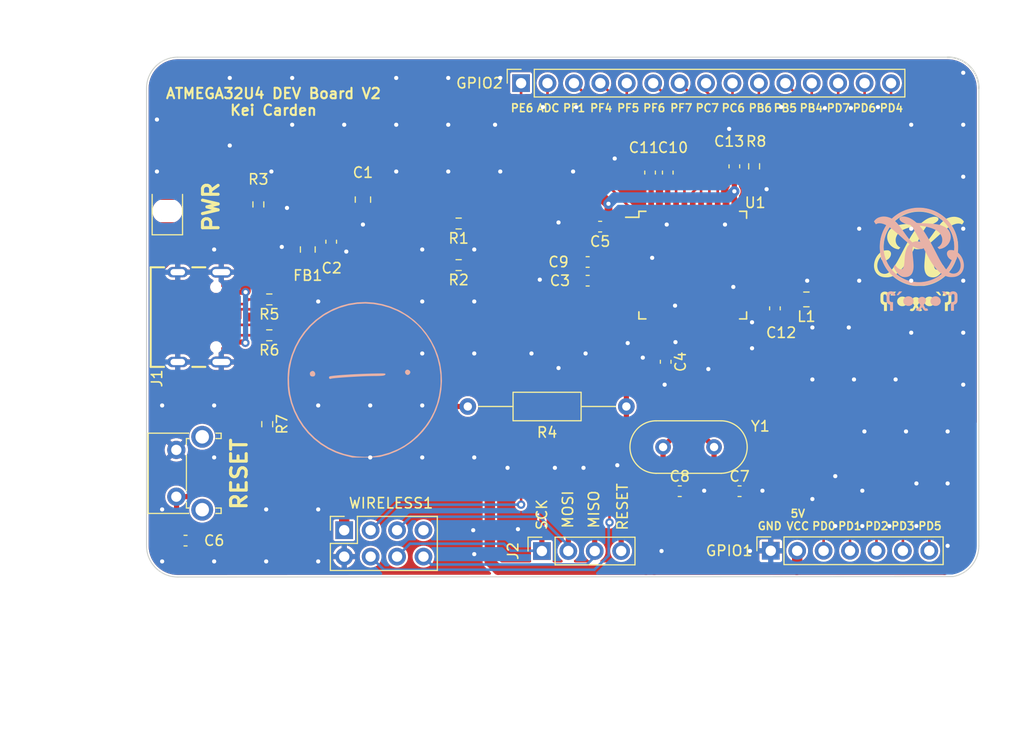
<source format=kicad_pcb>
(kicad_pcb (version 20211014) (generator pcbnew)
  (layers (0 "F.Cu" signal) (31 "B.Cu" signal) (34 "B.Paste" user) (35 "F.Paste" user) (36 "B.SilkS" user "B.Silkscreen") (37 "F.SilkS" user "F.Silkscreen") (38 "B.Mask" user) (39 "F.Mask" user) (44 "Edge.Cuts" user))
  (net 0 "")
  (net 1 "VCC")
  (net 2 "RESET")
  (net 3 "GND")
  (net 4 "AREF")
  (net 5 "AVCC")
  (net 6 "VBUS")
  (net 9 "CE_COM")
  (net 10 "SCK")
  (net 11 "MISO")
  (net 12 "CNS")
  (net 13 "MOSI")
  (net 14 "D-")
  (net 15 "D+")
  (net 16 "ADC")
  (net 17 "Net-(PWR1-Pad2)")
  (net 18 "Net-(C6-Pad1)")
  (net 19 "PF1")
  (net 20 "PF4")
  (net 21 "PF5")
  (net 22 "PF6")
  (net 23 "PF7")
  (net 24 "HWB")
  (net 25 "PC7")
  (net 26 "PC6")
  (net 27 "PB6")
  (net 28 "PB5")
  (net 29 "PB4")
  (net 30 "PD7")
  (net 31 "PD6")
  (net 32 "PD4")
  (net 33 "PD5")
  (net 34 "PD3")
  (net 35 "PD2")
  (net 36 "PD1")
  (net 37 "PD0")
  (net 38 "/UCAP")
  (net 39 "/XTAL1")
  (net 40 "/XTAL2")
  (net 41 "PE6")
  (net 42 "/d+")
  (net 43 "/d-")
  (net 45 "/CC1")
  (net 46 "/CC2")
  (footprint "Capacitor_SMD:C_0603_1608Metric_Pad1.08x0.95mm_HandSolder" (layer "F.Cu") (at 101.25 79.25)
    (fp_text reference "C8")
    (fp_text value "22p")
  )
  (footprint "Capacitor_SMD:C_0603_1608Metric_Pad1.08x0.95mm_HandSolder" (layer "F.Cu") (at 92.4 59 180)
    (fp_text reference "C3")
    (fp_text value "100n")
  )
  (footprint "Capacitor_SMD:C_0603_1608Metric_Pad1.08x0.95mm_HandSolder" (layer "F.Cu") (at 99.9 66.8 -90)
    (fp_text reference "C4")
    (fp_text value "100n")
  )
  (footprint "Resistor_SMD:R_0603_1608Metric_Pad0.98x0.95mm_HandSolder" (layer "F.Cu") (at 80 53.5 180)
    (fp_text reference "R1")
    (fp_text value "22")
  )
  (footprint "Inductor_SMD:L_0805_2012Metric_Pad1.15x1.40mm_HandSolder" (layer "F.Cu") (at 113.425 60.8 180)
    (fp_text reference "L1")
    (fp_text value "10u")
  )
  (footprint "Resistor_SMD:R_0603_1608Metric_Pad0.98x0.95mm_HandSolder" (layer "F.Cu") (at 61.6 72.8 -90)
    (fp_text reference "R7")
    (fp_text value "10k")
  )
  (footprint "Capacitor_SMD:C_0603_1608Metric_Pad1.08x0.95mm_HandSolder" (layer "F.Cu") (at 92.4 57.2 180)
    (fp_text reference "C9")
    (fp_text value "1u")
  )
  (footprint "Resistor_THT:R_Axial_DIN0207_L6.3mm_D2.5mm_P15.24mm_Horizontal" (layer "F.Cu") (at 80.88 71.1)
    (fp_text reference "R4")
    (fp_text value "100")
  )
  (footprint "USB4105-GF-A:GCT_USB4105-GF-A" (layer "F.Cu") (at 53 62.5 -90)
    (fp_text reference "J1")
    (fp_text value "USB_C_Receptacle_USB2.0" hide)
  )
  (footprint "Capacitor_SMD:C_0603_1608Metric_Pad1.08x0.95mm_HandSolder" (layer "F.Cu") (at 67.75 55.25 -90)
    (fp_text reference "C2")
    (fp_text value "100n")
  )
  (footprint "Button_Switch_THT:SW_Tactile_SPST_Angled_PTS645Vx31-2LFS" (layer "F.Cu") (at 52.8625 79.775 90)
    (fp_text reference "RESET1" hide)
    (fp_text value "RESET_BUTTON" hide)
  )
  (footprint "Resistor_SMD:R_0603_1608Metric_Pad0.98x0.95mm_HandSolder" (layer "F.Cu") (at 80 57.5 180)
    (fp_text reference "R2")
    (fp_text value "22")
  )
  (footprint "Connector_PinSocket_2.54mm:PinSocket_2x04_P2.54mm_Vertical" (layer "F.Cu") (at 69 83 90)
    (fp_text reference "WIRELESS1")
    (fp_text value "nrf24l01_SPI_CONN")
  )
  (footprint "LED_SMD:LED_1206_3216Metric_ReverseMount_Hole1.8x2.4mm" (layer "F.Cu") (at 52 52.3 90)
    (fp_text reference "PWR1" hide)
    (fp_text value "GREEN_POWER_LED" hide)
  )
  (footprint "Package_QFP:TQFP-44_10x10mm_P0.8mm" (layer "F.Cu") (at 102.5 57.5)
    (fp_text reference "U1")
    (fp_text value "ATmega32U4-AU")
  )
  (footprint "Inductor_SMD:L_0805_2012Metric_Pad1.15x1.40mm_HandSolder" (layer "F.Cu") (at 65.5 56 -90)
    (fp_text reference "FB1")
    (fp_text value "Ferrite_Bead")
  )
  (footprint "Crystal:Crystal_HC18-U_Vertical" (layer "F.Cu") (at 104.55 75 180)
    (fp_text reference "Y1")
    (fp_text value "16MHz")
  )
  (footprint "Capacitor_SMD:C_0603_1608Metric_Pad1.08x0.95mm_HandSolder" (layer "F.Cu") (at 93.6 53.8 180)
    (fp_text reference "C5")
    (fp_text value "100n")
  )
  (footprint "Connector_PinSocket_2.54mm:PinSocket_1x15_P2.54mm_Vertical" (layer "F.Cu") (at 86 40 90)
    (fp_text reference "GPIO2")
    (fp_text value "GPIO2")
  )
  (footprint "Resistor_SMD:R_0603_1608Metric_Pad0.98x0.95mm_HandSolder" (layer "F.Cu") (at 60.75 51.6625 -90)
    (fp_text reference "R3")
    (fp_text value "1k")
  )
  (footprint "Capacitor_SMD:C_0603_1608Metric_Pad1.08x0.95mm_HandSolder" (layer "F.Cu") (at 110.4 61.6625 -90)
    (fp_text reference "C12")
    (fp_text value "100n")
  )
  (footprint "Resistor_SMD:R_0603_1608Metric_Pad0.98x0.95mm_HandSolder" (layer "F.Cu") (at 108.4 48 90)
    (fp_text reference "R8")
    (fp_text value "10k")
  )
  (footprint "Capacitor_SMD:C_0603_1608Metric_Pad1.08x0.95mm_HandSolder" (layer "F.Cu") (at 107 79.25)
    (fp_text reference "C7")
    (fp_text value "22p")
  )
  (footprint "Capacitor_SMD:C_0603_1608Metric_Pad1.08x0.95mm_HandSolder" (layer "F.Cu") (at 100.1 48.6 90)
    (fp_text reference "C10")
    (fp_text value "100n")
  )
  (footprint "Capacitor_SMD:C_0603_1608Metric_Pad1.08x0.95mm_HandSolder" (layer "F.Cu") (at 53.75 84)
    (fp_text reference "C6")
    (fp_text value "100n")
  )
  (footprint "Connector_PinSocket_2.54mm:PinSocket_1x04_P2.54mm_Vertical" (layer "F.Cu") (at 88 85 90)
    (fp_text reference "J2")
    (fp_text value "SPI")
  )
  (footprint "logo:logo" (layer "F.Cu") (at 124.5362 56.9468)
    (fp_text reference "G***" hide)
    (fp_text value "LOGO" hide)
  )
  (footprint "Connector_PinSocket_2.54mm:PinSocket_1x07_P2.54mm_Vertical" (layer "F.Cu") (at 110 84.975 90)
    (fp_text reference "GPIO1")
    (fp_text value "POWER-GPIO1")
  )
  (footprint "Resistor_SMD:R_0603_1608Metric_Pad0.98x0.95mm_HandSolder" (layer "F.Cu") (at 61.8 64.25 180)
    (fp_text reference "R6")
    (fp_text value "5k1")
  )
  (footprint "Resistor_SMD:R_0603_1608Metric_Pad0.98x0.95mm_HandSolder" (layer "F.Cu") (at 61.8 60.8 180)
    (fp_text reference "R5")
    (fp_text value "5k1")
  )
  (footprint "Capacitor_SMD:C_0603_1608Metric_Pad1.08x0.95mm_HandSolder" (layer "F.Cu") (at 106.5 48 90)
    (fp_text reference "C13")
    (fp_text value "100n")
  )
  (footprint "Capacitor_SMD:C_0805_2012Metric_Pad1.18x1.45mm_HandSolder" (layer "F.Cu") (at 70.8 51.2 -90)
    (fp_text reference "C1")
    (fp_text value "10uF")
  )
  (footprint "Capacitor_SMD:C_0603_1608Metric_Pad1.08x0.95mm_HandSolder" (layer "F.Cu") (at 98.4 48.6 90)
    (fp_text reference "C11")
    (fp_text value "100n")
  )
  (footprint "logo:logo" (layer "B.Cu") (at 123.952 56.9214 180)
    (fp_text reference "G***" hide)
    (fp_text value "LOGO" hide)
  )
  (footprint "Graphics:Plum" (layer "B.Cu") (at 71 68.5 180)
    (fp_text reference "G***" hide)
    (fp_text value "LOGO" hide)
  )
  (gr_line (start 53.05 62.5) (end 54.55 62.5) (layer "F.Cu") (width 0.2))
  (gr_line (start 53 87.5) (end 127.493197 87.459182) (layer "Edge.Cuts") (width 0.1))
  (gr_arc (start 53 87.5) (mid 50.87868 86.62132) (end 50 84.5) (layer "Edge.Cuts") (width 0.1))
  (gr_arc (start 50 40.5) (mid 50.87868 38.37868) (end 53 37.5) (layer "Edge.Cuts") (width 0.1))
  (gr_line (start 50 40.5) (end 50 84.5) (layer "Edge.Cuts") (width 0.1))
  (gr_line (start 53 37.5) (end 127 37.5) (layer "Edge.Cuts") (width 0.1))
  (gr_arc (start 127 37.5) (mid 129.12132 38.37868) (end 130 40.5) (layer "Edge.Cuts") (width 0.15))
  (gr_line (start 130 84.5) (end 130 40.5) (layer "Edge.Cuts") (width 0.1))
  (gr_arc (start 130 84.5) (mid 129.28906 86.439125) (end 127.493197 87.459182) (layer "Edge.Cuts") (width 0.1))
  (gr_text "PF4" (at 93.7 42.4) (layer "F.SilkS") (effects (font (size 0.75 0.75))))
  (gr_text "PD2" (at 120.2 82.6) (layer "F.SilkS") (effects (font (size 0.75 0.75))))
  (gr_text "PWR" (at 56.2 51.9 90) (layer "F.SilkS") (effects (font (size 1.5 1.5) (thickness 0.3))))
  (gr_text "PC7\n" (at 103.9 42.4) (layer "F.SilkS") (effects (font (size 0.75 0.75))))
  (gr_text "PD4" (at 121.6 42.4) (layer "F.SilkS") (effects (font (size 0.75 0.75))))
  (gr_text "PB4" (at 113.9 42.4) (layer "F.SilkS") (effects (font (size 0.75 0.75))))
  (gr_text "PF1" (at 91.1 42.4) (layer "F.SilkS") (effects (font (size 0.75 0.75))))
  (gr_text "PD6" (at 119 42.4) (layer "F.SilkS") (effects (font (size 0.75 0.75))))
  (gr_text "PD5" (at 125.3 82.6) (layer "F.SilkS") (effects (font (size 0.75 0.75))))
  (gr_text "PF5" (at 96.3 42.4) (layer "F.SilkS") (effects (font (size 0.75 0.75))))
  (gr_text "ADC" (at 88.6 42.4) (layer "F.SilkS") (effects (font (size 0.75 0.75))))
  (gr_text "GND" (at 109.9 82.6) (layer "F.SilkS") (effects (font (size 0.75 0.75))))
  (gr_text "RESET" (at 58.9 77.6 90) (layer "F.SilkS") (effects (font (size 1.5 1.5) (thickness 0.3))))
  (gr_text "RESET" (at 95.75 80.75 90) (layer "F.SilkS") (effects (font (size 1 1))))
  (gr_text "5V\nVCC" (at 112.6 82) (layer "F.SilkS") (effects (font (size 0.75 0.75))))
  (gr_text "PB6" (at 109 42.4) (layer "F.SilkS") (effects (font (size 0.75 0.75))))
  (gr_text "ATMEGA32U4 DEV Board V2\nKei Carden" (at 62.2 41.8) (layer "F.SilkS") (effects (font (size 1 1) (thickness 0.2))))
  (gr_text "PE6" (at 86.1 42.4) (layer "F.SilkS") (effects (font (size 0.75 0.75))))
  (gr_text "PD3\n" (at 122.7 82.6) (layer "F.SilkS") (effects (font (size 0.75 0.75))))
  (gr_text "PD0" (at 115.1 82.6) (layer "F.SilkS") (effects (font (size 0.75 0.75))))
  (gr_text "PB5" (at 111.4 42.4) (layer "F.SilkS") (effects (font (size 0.75 0.75))))
  (gr_text "PF6" (at 98.8 42.4) (layer "F.SilkS") (effects (font (size 0.75 0.75))))
  (gr_text "MOSI" (at 90.5 81 90) (layer "F.SilkS") (effects (font (size 1 1))))
  (gr_text "SCK" (at 88 81.5 90) (layer "F.SilkS") (effects (font (size 1 1))))
  (gr_text "PF7\n" (at 101.4 42.4) (layer "F.SilkS") (effects (font (size 0.75 0.75))))
  (gr_text "MISO" (at 93 81 90) (layer "F.SilkS") (effects (font (size 1 1))))
  (gr_text "PC6" (at 106.4 42.4) (layer "F.SilkS") (effects (font (size 0.75 0.75))))
  (gr_text "PD1" (at 117.6 82.6) (layer "F.SilkS") (effects (font (size 0.75 0.75))))
  (gr_text "PD7\n" (at 116.5 42.4) (layer "F.SilkS") (effects (font (size 0.75 0.75))))
  (segment (start 99.9 64.65) (end 99.9 65.9375) (width 0.5) (layer "F.Cu") (net 1))
  (segment (start 67.525 50.175) (end 72.825 50.175) (width 1) (layer "F.Cu") (net 1))
  (segment (start 129 84.5) (end 126.7 86.8) (width 1) (layer "F.Cu") (net 1))
  (segment (start 96.8 58.3) (end 95.3 58.3) (width 0.5) (layer "F.Cu") (net 1))
  (segment (start 67.75 54.3875) (end 65.55 54.3875) (width 0.75) (layer "F.Cu") (net 1))
  (segment (start 98 86.8) (end 98 67.8375) (width 0.75) (layer "F.Cu") (net 1))
  (segment (start 96.8 54.3) (end 94.9625 54.3) (width 0.5) (layer "F.Cu") (net 1))
  (segment (start 94.4 51.6) (end 94.4 53.7375) (width 0.75) (layer "F.Cu") (net 1))
  (segment (start 61.6 71.8875) (end 61.6 69) (width 0.5) (layer "F.Cu") (net 1))
  (segment (start 112.54 86.76) (end 112.54 84.975) (width 1) (layer "F.Cu") (net 1))
  (segment (start 112.5 86.8) (end 112.54 86.76) (width 1) (layer "F.Cu") (net 1))
  (segment (start 95.3 58.3) (end 94.6 59) (width 0.5) (layer "F.Cu") (net 1))
  (segment (start 129 73.0875) (end 129 84.5) (width 1) (layer "F.Cu") (net 1))
  (segment (start 72.825 50.175) (end 72.828249 50.171751) (width 1) (layer "F.Cu") (net 1))
  (segment (start 83.8 86.8) (end 83 86) (width 1) (layer "F.Cu") (net 1))
  (segment (start 94.9625 54.3) (end 94.4625 53.8) (width 0.5) (layer "F.Cu") (net 1))
  (segment (start 69 83) (end 69 81.7) (width 1) (layer "F.Cu") (net 1))
  (segment (start 88.4 64.6) (end 86.8 64.6) (width 0.5) (layer "F.Cu") (net 1))
  (segment (start 60.75 54.25) (end 60.8375 54.3375) (width 0.5) (layer "F.Cu") (net 1))
  (segment (start 94.4 53.7375) (end 94.4625 53.8) (width 0.75) (layer "F.Cu") (net 1))
  (segment (start 81.9 68.9) (end 82.3 69.3) (width 1) (layer "F.Cu") (net 1))
  (segment (start 99.9 64.65) (end 100.1 64.45) (width 0.5) (layer "F.Cu") (net 1))
  (segment (start 106.5 51.8) (end 106.5 48.8625) (width 0.5) (layer "F.Cu") (net 1))
  (segment (start 51.2 57.783623) (end 51.2 67.69) (width 1) (layer "F.Cu") (net 1))
  (segment (start 54.646123 54.3375) (end 51.2 57.783623) (width 1) (layer "F.Cu") (net 1))
  (segment (start 93.2625 59) (end 93.2625 59.7375) (width 0.5) (layer "F.Cu") (net 1))
  (segment (start 82.3 69.3) (end 83 70) (width 1) (layer "F.Cu") (net 1))
  (segment (start 82.3 69.1) (end 82.3 69.3) (width 0.5) (layer "F.Cu") (net 1))
  (segment (start 52.41 68.9) (end 61.7 68.9) (width 1) (layer "F.Cu") (net 1))
  (segment (start 98 67.8375) (end 99.9 65.9375) (width 0.75) (layer "F.Cu") (net 1))
  (segment (start 94.6 59) (end 93.2625 59) (width 0.5) (layer "F.Cu") (net 1))
  (segment (start 114.45 60.8) (end 116.7125 60.8) (width 1) (layer "F.Cu") (net 1))
  (segment (start 98.8 86.8) (end 98 86.8) (width 1) (layer "F.Cu") (net 1))
  (segment (start 86.8 64.6) (end 82.3 69.1) (width 0.5) (layer "F.Cu") (net 1))
  (segment (start 83 79) (end 83 86) (width 1) (layer "F.Cu") (net 1))
  (segment (start 83 79) (end 83 70) (width 1) (layer "F.Cu") (net 1))
  (segment (start 65.5 52.2) (end 67.525 50.175) (width 1) (layer "F.Cu") (net 1))
  (segment (start 126.7 86.8) (end 112.5 86.8) (width 1) (layer "F.Cu") (net 1))
  (segment (start 98 86.8) (end 83.8 86.8) (width 1) (layer "F.Cu") (net 1))
  (segment (start 116.7125 60.8) (end 129 73.0875) (width 1) (layer "F.Cu") (net 1))
  (segment (start 92.971751 50.171751) (end 94.4 51.6) (width 1) (layer "F.Cu") (net 1))
  (segment (start 69 81.7) (end 71.7 79) (width 1) (layer "F.Cu") (net 1))
  (segment (start 60.8375 54.3375) (end 54.646123 54.3375) (width 1) (layer "F.Cu") (net 1))
  (segment (start 61.6 69) (end 61.7 68.9) (width 0.5) (layer "F.Cu") (net 1))
  (segment (start 112.5 86.8) (end 98.8 86.8) (width 1) (layer "F.Cu") (net 1))
  (segment (start 93.2625 59.7375) (end 88.4 64.6) (width 0.5) (layer "F.Cu") (net 1))
  (segment (start 51.2 67.69) (end 52.41 68.9) (width 1) (layer "F.Cu") (net 1))
  (segment (start 65.55 54.3875) (end 65.5 54.3375) (width 0.75) (layer "F.Cu") (net 1))
  (segment (start 65.5 54.3375) (end 60.8375 54.3375) (width 1) (layer "F.Cu") (net 1))
  (segment (start 60.75 52.575) (end 60.75 54.25) (width 0.5) (layer "F.Cu") (net 1))
  (segment (start 61.7 68.9) (end 81.9 68.9) (width 1) (layer "F.Cu") (net 1))
  (segment (start 65.5 54.3375) (end 65.5 52.2) (width 1) (layer "F.Cu") (net 1))
  (segment (start 72.828249 50.171751) (end 92.971751 50.171751) (width 1) (layer "F.Cu") (net 1))
  (segment (start 71.7 79) (end 83 79) (width 1) (layer "F.Cu") (net 1))
  (segment (start 100.1 64.45) (end 100.1 63.2) (width 0.5) (layer "F.Cu") (net 1))
  (via (at 106.5 50.4) (size 0.8) (drill 0.4) (layers "F.Cu" "B.Cu") (net 1))
  (via (at 94.4 51.6) (size 0.8) (drill 0.4) (layers "F.Cu" "B.Cu") (net 1))
  (segment (start 95 51) (end 94.4 51.6) (width 1) (layer "B.Cu") (net 1))
  (segment (start 106.5 50.4) (end 105.9 51) (width 1) (layer "B.Cu") (net 1))
  (segment (start 105.9 51) (end 95 51) (width 1) (layer "B.Cu") (net 1))
  (segment (start 96.12 82.63) (end 96.12 71.1) (width 0.5) (layer "F.Cu") (net 2))
  (segment (start 99.3 63.2) (end 99.3 64.2) (width 0.5) (layer "F.Cu") (net 2))
  (segment (start 99.3 64.2) (end 98.5 65) (width 0.5) (layer "F.Cu") (net 2))
  (segment (start 98.5 65) (end 97.5 65) (width 0.5) (layer "F.Cu") (net 2))
  (segment (start 97.5 65) (end 96.12 66.38) (width 0.5) (layer "F.Cu") (net 2))
  (segment (start 96.12 66.38) (end 96.12 71.1) (width 0.5) (layer "F.Cu") (net 2))
  (segment (start 95.62 85) (end 95.62 83.13) (width 0.5) (layer "F.Cu") (net 2))
  (segment (start 96.16 71.14) (end 96.12 71.1) (width 0.5) (layer "F.Cu") (net 2))
  (segment (start 95.62 83.13) (end 96.12 82.63) (width 0.5) (layer "F.Cu") (net 2))
  (segment (start 96.13 71.11) (end 96.12 71.1) (width 0.5) (layer "F.Cu") (net 2))
  (via (at 95 47.25) (size 0.8) (drill 0.4) (layers "F.Cu" "B.Cu") (net 3))
  (via (at 56.5 86) (size 0.8) (drill 0.4) (layers "F.Cu" "B.Cu") (net 3))
  (via (at 56.5 71) (size 0.8) (drill 0.4) (layers "F.Cu" "B.Cu") (net 3))
  (via (at 58 46) (size 0.8) (drill 0.4) (layers "F.Cu" "B.Cu") (net 3))
  (via (at 56.5 76) (size 0.8) (drill 0.4) (layers "F.Cu" "B.Cu") (net 3))
  (via (at 128.5 64) (size 0.8) (drill 0.4) (layers "F.Cu" "B.Cu") (net 3))
  (via (at 69.2 56.2) (size 0.8) (drill 0.4) (layers "F.Cu" "B.Cu") (net 3))
  (via (at 81.5 61) (size 0.8) (drill 0.4) (layers "F.Cu" "B.Cu") (net 3))
  (via (at 56.5 56) (size 0.8) (drill 0.4) (layers "F.Cu" "B.Cu") (net 3))
  (via (at 120.3 42.3) (size 0.8) (drill 0.4) (layers "F.Cu" "B.Cu") (net 3))
  (via (at 96.25 65) (size 0.8) (drill 0.4) (layers "F.Cu" "B.Cu") (net 3))
  (via (at 63.5 52) (size 0.8) (drill 0.4) (layers "F.Cu" "B.Cu") (net 3))
  (via (at 83.5 44) (size 0.8) (drill 0.4) (layers "F.Cu" "B.Cu") (net 3))
  (via (at 76.5 76) (size 0.8) (drill 0.4) (layers "F.Cu" "B.Cu") (net 3))
  (via (at 91.3 42.3) (size 0.8) (drill 0.4) (layers "F.Cu" "B.Cu") (net 3))
  (via (at 121.4 82.6) (size 0.8) (drill 0.4) (layers "F.Cu" "B.Cu") (net 3))
  (via (at 114 63.5) (size 0.8) (drill 0.4) (layers "F.Cu" "B.Cu") (net 3))
  (via (at 81.4 83) (size 0.8) (drill 0.4) (layers "F.Cu" "B.Cu") (net 3))
  (via (at 51 43.5) (size 0.8) (drill 0.4) (layers "F.Cu" "B.Cu") (net 3))
  (via (at 119 73.5) (size 0.8) (drill 0.4) (layers "F.Cu" "B.Cu") (net 3))
  (via (at 99.5 85) (size 0.8) (drill 0.4) (layers "F.Cu" "B.Cu") (net 3))
  (via (at 71.5 76) (size 0.8) (drill 0.4) (layers "F.Cu" "B.Cu") (net 3))
  (via (at 76.5 66) (size 0.8) (drill 0.4) (layers "F.Cu" "B.Cu") (net 3))
  (via (at 118.8 79.2) (size 0.8) (drill 0.4) (layers "F.Cu" "B.Cu") (net 3))
  (via (at 51.5 86) (size 0.8) (drill 0.4) (layers "F.Cu" "B.Cu") (net 3))
  (via (at 64 39.5) (size 0.8) (drill 0.4) (layers "F.Cu" "B.Cu") (net 3))
  (via (at 123.5 44) (size 0.8) (drill 0.4) (layers "F.Cu" "B.Cu") (net 3))
  (via (at 117.5 63.5) (size 0.8) (drill 0.4) (layers "F.Cu" "B.Cu") (net 3))
  (via (at 81.5 76) (size 0.8) (drill 0.4) (layers "F.Cu" "B.Cu") (net 3))
  (via (at 104 67.5) (size 0.8) (drill 0.4) (layers "F.Cu" "B.Cu") (net 3))
  (via (at 74 39.5) (size 0.8) (drill 0.4) (layers "F.Cu" "B.Cu") (net 3))
  (via (at 118.5 59) (size 0.8) (drill 0.4) (layers "F.Cu" "B.Cu") (net 3))
  (via (at 114 80) (size 0.8) (drill 0.4) (layers "F.Cu" "B.Cu") (net 3))
  (via (at 100 53.6) (size 0.8) (drill 0.4) (layers "F.Cu" "B.Cu") (net 3))
  (via (at 128.5 49) (size 0.8) (drill 0.4) (layers "F.Cu" "B.Cu") (net 3))
  (via (at 98.6 56.8) (size 0.8) (drill 0.4) (layers "F.Cu" "B.Cu") (net 3))
  (via (at 84 48.5) (size 0.8) (drill 0.4) (layers "F.Cu" "B.Cu") (net 3))
  (via (at 108.2 63) (size 0.8) (drill 0.4) (layers "F.Cu" "B.Cu") (net 3))
  (via (at 81.5 66) (size 0.8) (drill 0.4) (layers "F.Cu" "B.Cu") (net 3))
  (via (at 113.5 59) (size 0.8) (drill 0.4) (layers "F.Cu" "B.Cu") (net 3))
  (via (at 88.1 42.3) (size 0.8) (drill 0.4) (layers "F.Cu" "B.Cu") (net 3))
  (via (at 128.5 59) (size 0.8) (drill 0.4) (layers "F.Cu" "B.Cu") (net 3))
  (via (at 66.5 86) (size 0.8) (drill 0.4) (layers "F.Cu" "B.Cu") (net 3))
  (via (at 76.5 61) (size 0.8) (drill 0.4) (layers "F.Cu" "B.Cu") (net 3))
  (via (at 122 68.5) (size 0.8) (drill 0.4) (layers "F.Cu" "B.Cu") (net 3))
  (via (at 123.5 54) (size 0.8) (drill 0.4) (layers "F.Cu" "B.Cu") (net 3))
  (via (at 114 68.5) (size 0.8) (drill 0.4) (layers "F.Cu" "B.Cu") (net 3))
  (via (at 81.5 85.3) (size 0.8) (drill 0.4) (layers "F.Cu" "B.Cu") (net 3))
  (via (at 71.5 71) (size 0.8) (drill 0.4) (layers "F.Cu" "B.Cu") (net 3))
  (via (at 124 82.6) (size 0.8) (drill 0.4) (layers "F.Cu" "B.Cu") (net 3))
  (via (at 128.5 54) (size 0.8) (drill 0.4) (layers "F.Cu" "B.Cu") (net 3))
  (via (at 128.5 44) (size 0.8) (drill 0.4) (layers "F.Cu" "B.Cu") (net 3))
  (via (at 81.5 56) (size 0.8) (drill 0.4) (layers "F.Cu" "B.Cu") (net 3))
  (via (at 123 73.5) (size 0.8) (drill 0.4) (layers "F.Cu" "B.Cu") (net 3))
  (via (at 97.7 66.4) (size 0.8) (drill 0.4) (layers "F.Cu" "B.Cu") (net 3))
  (via (at 91 48.5) (size 0.8) (drill 0.4) (layers "F.Cu" "B.Cu") (net 3))
  (via (at 95.25 76.75) (size 0.8) (drill 0.4) (layers "F.Cu" "B.Cu") (net 3))
  (via (at 116.2 82.6) (size 0.8) (drill 0.4) (layers "F.Cu" "B.Cu") (net 3))
  (via (at 51.5 71) (size 0.8) (drill 0.4) (layers "F.Cu" "B.Cu") (net 3))
  (via (at 109.2 79.2) (size 0.8) (drill 0.4) (layers "F.Cu" "B.Cu") (net 3))
  (via (at 69 44) (size 0.8) (drill 0.4) (layers "F.Cu" "B.Cu") (net 3))
  (via (at 111 42.3) (size 0.8) (drill 0.4) (layers "F.Cu" "B.Cu") (net 3))
  (via (at 89.6 53.4) (size 0.8) (drill 0.4) (layers "F.Cu" "B.Cu") (net 3))
  (via (at 109.6 50.2) (size 0.8) (drill 0.4) (layers "F.Cu" "B.Cu") (net 3))
  (via (at 74 48.5) (size 0.8) (drill 0.4) (layers "F.Cu" "B.Cu") (net 3))
  (via (at 92 77) (size 0.8) (drill 0.4) (layers "F.Cu" "B.Cu") (net 3))
  (via (at 123.5 64) (size 0.8) (drill 0.4) (layers "F.Cu" "B.Cu") (net 3))
  (via (at 89.25 77) (size 0.8) (drill 0.4) (layers "F.Cu" "B.Cu") (net 3))
  (via (at 51.5 81) (size 0.8) (drill 0.4) (layers "F.Cu" "B.Cu") (net 3))
  (via (at 128.5 39) (size 0.8) (drill 0.4) (layers "F.Cu" "B.Cu") (net 3))
  (via (at 66.5 81) (size 0.8) (drill 0.4) (layers "F.Cu" "B.Cu") (net 3))
  (via (at 128.5 69) (size 0.8) (drill 0.4) (layers "F.Cu" "B.Cu") (net 3))
  (via (at 118 68.5) (size 0.8) (drill 0.4) (layers "F.Cu" "B.Cu") (net 3))
  (via (at 66.5 71) (size 0.8) (drill 0.4) (layers "F.Cu" "B.Cu") (net 3))
  (via (at 118.8 82.6) (size 0.8) (drill 0.4) (layers "F.Cu" "B.Cu") (net 3))
  (via (at 76.5 71) (size 0.8) (drill 0.4) (layers "F.Cu" "B.Cu") (net 3))
  (via (at 76.5 56) (size 0.8) (drill 0.4) (layers "F.Cu" "B.Cu") (net 3))
  (via (at 66.5 61) (size 0.8) (drill 0.4) (layers "F.Cu" "B.Cu") (net 3))
  (via (at 108 85) (size 0.8) (drill 0.4) (layers "F.Cu" "B.Cu") (net 3))
  (via (at 123.5 59) (size 0.8) (drill 0.4) (layers "F.Cu" "B.Cu") (net 3))
  (via (at 62 48.5) (size 0.8) (drill 0.4) (layers "F.Cu" "B.Cu") (net 3))
  (via (at 74 44) (size 0.8) (drill 0.4) (layers "F.Cu" "B.Cu") (net 3))
  (via (at 61.5 86) (size 0.8) (drill 0.4) (layers "F.Cu" "B.Cu") (net 3))
  (via (at 100.8 61.4) (size 0.8) (drill 0.4) (layers "F.Cu" "B.Cu") (net 3))
  (via (at 87 66) (size 0.8) (drill 0.4) (layers "F.Cu" "B.Cu") (net 3))
  (via (at 61.5 81) (size 0.8) (drill 0.4) (layers "F.Cu" "B.Cu") (net 3))
  (via (at 127 78.5) (size 0.8) (drill 0.4) (layers "F.Cu" "B.Cu") (net 3))
  (via (at 51 48.5) (size 0.8) (drill 0.4) (layers "F.Cu" "B.Cu") (net 3))
  (via (at 108.2 65.5) (size 0.8) (drill 0.4) (layers "F.Cu" "B.Cu") (net 3))
  (via (at 100.84 64.91) (size 0.8) (drill 0.4) (layers "F.Cu" "B.Cu") (net 3))
  (via (at 117.7 42.4) (size 0.8) (drill 0.4) (layers "F.Cu" "B.Cu") (net 3))
  (via (at 115.2 42.4) (size 0.8) (drill 0.4) (layers "F.Cu" "B.Cu") (net 3))
  (via (at 124 78.5) (size 0.8) (drill 0.4) (layers "F.Cu" "B.Cu") (net 3))
  (via (at 118.5 54) (size 0.8) (drill 0.4) (layers "F.Cu" "B.Cu") (net 3))
  (via (at 99.8 69) (size 0.8) (drill 0.4) (layers "F.Cu" "B.Cu") (net 3))
  (via (at 105.6 53.6) (size 0.8) (drill 0.4) (layers "F.Cu" "B.Cu") (net 3))
  (via (at 87.8 58.9) (size 0.8) (drill 0.4) (layers "F.Cu" "B.Cu") (net 3))
  (via (at 84 39.5) (size 0.8) (drill 0.4) (layers "F.Cu" "B.Cu") (net 3))
  (via (at 79 39.5) (size 0.8) (drill 0.4) (layers "F.Cu" "B.Cu") (net 3))
  (via (at 85.7 82.9) (size 0.8) (drill 0.4) (layers "F.Cu" "B.Cu") (net 3))
  (via (at 92.2 66) (size 0.8) (drill 0.4) (layers "F.Cu" "B.Cu") (net 3))
  (via (at 116.2 77.8) (size 0.8) (drill 0.4) (layers "F.Cu" "B.Cu") (net 3))
  (via (at 127 84.5) (size 0.8) (drill 0.4) (layers "F.Cu" "B.Cu") (net 3))
  (via (at 79 44) (size 0.8) (drill 0.4) (layers "F.Cu" "B.Cu") (net 3))
  (via (at 58 39.5) (size 0.8) (drill 0.4) (layers "F.Cu" "B.Cu") (net 3))
  (via (at 106.4 59.6) (size 0.8) (drill 0.4) (layers "F.Cu" "B.Cu") (net 3))
  (via (at 70.8 53.6) (size 0.8) (drill 0.4) (layers "F.Cu" "B.Cu") (net 3))
  (via (at 89.6 67.4) (size 0.8) (drill 0.4) (layers "F.Cu" "B.Cu") (net 3))
  (via (at 106 44.4) (size 0.8) (drill 0.4) (layers "F.Cu" "B.Cu") (net 3))
  (via (at 127 73.5) (size 0.8) (drill 0.4) (layers "F.Cu" "B.Cu") (net 3))
  (via (at 63 55.75) (size 0.8) (drill 0.4) (layers "F.Cu" "B.Cu") (net 3))
  (via (at 64 44) (size 0.8) (drill 0.4) (layers "F.Cu" "B.Cu") (net 3))
  (via (at 103.6 79.2) (size 0.8) (drill 0.4) (layers "F.Cu" "B.Cu") (net 3))
  (via (at 79 48.5) (size 0.8) (drill 0.4) (layers "F.Cu" "B.Cu") (net 3))
  (via (at 84.7 77) (size 0.8) (drill 0.4) (layers "F.Cu" "B.Cu") (net 3))
  (segment (start 100.1 51.8) (end 100.1 49.4625) (width 0.5) (layer "F.Cu") (net 4))
  (segment (start 105.5 60.7) (end 98.5 53.7) (width 0.5) (layer "F.Cu") (net 5))
  (segment (start 112.4 60.8) (end 110.4 60.8) (width 0.5) (layer "F.Cu") (net 5))
  (segment (start 108.2 60.7) (end 105.5 60.7) (width 0.5) (layer "F.Cu") (net 5))
  (segment (start 110.3 60.7) (end 110.4 60.8) (width 0.5) (layer "F.Cu") (net 5))
  (segment (start 98.5 51.8) (end 98.5 49.5625) (width 0.5) (layer "F.Cu") (net 5))
  (segment (start 98.5 49.5625) (end 98.4 49.4625) (width 0.5) (layer "F.Cu") (net 5))
  (segment (start 98.5 53.7) (end 98.5 51.8) (width 0.5) (layer "F.Cu") (net 5))
  (segment (start 108.2 60.7) (end 110.3 60.7) (width 0.5) (layer "F.Cu") (net 5))
  (segment (start 61.515 57.025) (end 59.52 59.02) (width 1) (layer "F.Cu") (net 6))
  (segment (start 57.755 60.1) (end 59.52 60.1) (width 0.5) (layer "F.Cu") (net 6))
  (segment (start 57.755 64.9) (end 59.4255 64.9) (width 0.5) (layer "F.Cu") (net 6))
  (segment (start 59.4255 64.9) (end 59.5 64.9745) (width 0.5) (layer "F.Cu") (net 6))
  (segment (start 65.5 57.025) (end 61.515 57.025) (width 1) (layer "F.Cu") (net 6))
  (segment (start 59.52 59.02) (end 59.52 59.975) (width 1) (layer "F.Cu") (net 6))
  (via (at 59.52 60.1) (size 0.8) (drill 0.4) (layers "F.Cu" "B.Cu") (net 6))
  (via (at 59.5 64.9745) (size 0.8) (drill 0.4) (layers "F.Cu" "B.Cu") (net 6))
  (segment (start 59.52 60.1) (end 59.52 64.9545) (width 0.5) (layer "B.Cu") (net 6))
  (segment (start 59.52 64.9545) (end 59.5 64.9745) (width 0.5) (layer "B.Cu") (net 6))
  (segment (start 94.8 65.2) (end 96.8 63.2) (width 0.25) (layer "F.Cu") (net 9))
  (segment (start 94.5 65.5) (end 94.5 82.25) (width 0.25) (layer "F.Cu") (net 9))
  (segment (start 96.8 63.2) (end 98.5 63.2) (width 0.25) (layer "F.Cu") (net 9))
  (segment (start 94.8 65.2) (end 94.5 65.5) (width 0.25) (layer "F.Cu") (net 9))
  (via (at 94.5 82.25) (size 0.8) (drill 0.4) (layers "F.Cu" "B.Cu") (net 9))
  (segment (start 71.54 85.54) (end 72.8 86.8) (width 0.25) (layer "B.Cu") (net 9))
  (segment (start 93.04327 86.8) (end 72.8 86.8) (width 0.25) (layer "B.Cu") (net 9))
  (segment (start 94.5 82.25) (end 94.419278 82.330722) (width 0.25) (layer "B.Cu") (net 9))
  (segment (start 94.419278 85.423992) (end 93.04327 86.8) (width 0.25) (layer "B.Cu") (net 9))
  (segment (start 94.419278 82.330722) (end 94.419278 85.423992) (width 0.25) (layer "B.Cu") (net 9))
  (segment (start 88 67.5) (end 95.6 59.9) (width 0.5) (layer "F.Cu") (net 10))
  (segment (start 88 85) (end 88 67.5) (width 0.5) (layer "F.Cu") (net 10))
  (segment (start 95.6 59.9) (end 96.8 59.9) (width 0.5) (layer "F.Cu") (net 10))
  (segment (start 74.08 85.54) (end 75.32 84.3) (width 0.25) (layer "B.Cu") (net 10))
  (segment (start 85.025 84.975) (end 84.35 84.3) (width 0.25) (layer "B.Cu") (net 10))
  (segment (start 75.32 84.3) (end 84.35 84.3) (width 0.25) (layer "B.Cu") (net 10))
  (segment (start 88.51 84.975) (end 85.025 84.975) (width 0.25) (layer "B.Cu") (net 10))
  (segment (start 93.08 83.42) (end 93.59 82.91) (width 0.5) (layer "F.Cu") (net 11))
  (segment (start 93.59 64.71) (end 96.8 61.5) (width 0.5) (layer "F.Cu") (net 11))
  (segment (start 93.59 82.91) (end 93.59 64.71) (width 0.5) (layer "F.Cu") (net 11))
  (segment (start 93.08 85) (end 93.08 83.42) (width 0.5) (layer "F.Cu") (net 11))
  (segment (start 92.32 86.3) (end 77.38 86.3) (width 0.25) (layer "B.Cu") (net 11))
  (segment (start 93.62 85) (end 92.32 86.3) (width 0.25) (layer "B.Cu") (net 11))
  (segment (start 77.38 86.3) (end 76.62 85.54) (width 0.25) (layer "B.Cu") (net 11))
  (segment (start 95.5 59.1) (end 86 68.6) (width 0.25) (layer "F.Cu") (net 12))
  (segment (start 96.8 59.1) (end 95.5 59.1) (width 0.25) (layer "F.Cu") (net 12))
  (segment (start 86 68.6) (end 86 80.54) (width 0.25) (layer "F.Cu") (net 12))
  (via (at 86 80.54) (size 0.8) (drill 0.4) (layers "F.Cu" "B.Cu") (net 12))
  (segment (start 86 80.54) (end 74 80.54) (width 0.25) (layer "B.Cu") (net 12))
  (segment (start 74 80.54) (end 71.54 83) (width 0.25) (layer "B.Cu") (net 12))
  (segment (start 90.54 65.94995) (end 95.78995 60.7) (width 0.5) (layer "F.Cu") (net 13))
  (segment (start 90.54 85) (end 90.54 65.94995) (width 0.5) (layer "F.Cu") (net 13))
  (segment (start 95.78995 60.7) (end 96.8 60.7) (width 0.5) (layer "F.Cu") (net 13))
  (segment (start 87.775 81.7) (end 91.05 84.975) (width 0.25) (layer "B.Cu") (net 13))
  (segment (start 74.08 83) (end 75.38 81.7) (width 0.25) (layer "B.Cu") (net 13))
  (segment (start 75.38 81.7) (end 87.775 81.7) (width 0.25) (layer "B.Cu") (net 13))
  (segment (start 84.01 53.5) (end 80.9125 53.5) (width 0.25) (layer "F.Cu") (net 14))
  (segment (start 96.8 55.1) (end 85.61 55.1) (width 0.25) (layer "F.Cu") (net 14))
  (segment (start 85.61 55.1) (end 84.01 53.5) (width 0.25) (layer "F.Cu") (net 14))
  (segment (start 80.9125 57.5) (end 84.01 57.5) (width 0.25) (layer "F.Cu") (net 15))
  (segment (start 85.61 55.9) (end 96.8 55.9) (width 0.25) (layer "F.Cu") (net 15))
  (segment (start 84.01 57.5) (end 85.61 55.9) (width 0.25) (layer "F.Cu") (net 15))
  (segment (start 101.75 44.75) (end 101 44) (width 0.25) (layer "F.Cu") (net 16))
  (segment (start 101 44) (end 91 44) (width 0.25) (layer "F.Cu") (net 16))
  (segment (start 100.9 51.8) (end 100.9 49.698602) (width 0.25) (layer "F.Cu") (net 16))
  (segment (start 101.75 48.848602) (end 101.75 44.75) (width 0.25) (layer "F.Cu") (net 16))
  (segment (start 100.9 49.698602) (end 101.75 48.848602) (width 0.25) (layer "F.Cu") (net 16))
  (segment (start 88.54 41.54) (end 88.54 39.975) (width 0.25) (layer "F.Cu") (net 16))
  (segment (start 91 44) (end 88.54 41.54) (width 0.25) (layer "F.Cu") (net 16))
  (segment (start 51.8 50.75) (end 60.75 50.75) (width 0.5) (layer "F.Cu") (net 17))
  (segment (start 53.927082 79.775) (end 52.8625 79.775) (width 0.5) (layer "F.Cu") (net 18))
  (segment (start 57.142082 76.56) (end 53.927082 79.775) (width 0.5) (layer "F.Cu") (net 18))
  (segment (start 79.08 71.1) (end 76.68 73.5) (width 0.5) (layer "F.Cu") (net 18))
  (segment (start 80.88 71.1) (end 79.08 71.1) (width 0.5) (layer "F.Cu") (net 18))
  (segment (start 61.44 76.56) (end 57.142082 76.56) (width 0.5) (layer "F.Cu") (net 18))
  (segment (start 61.6 73.7125) (end 61.6 76.4) (width 0.5) (layer "F.Cu") (net 18))
  (segment (start 52.8875 79.8) (end 52.8625 79.775) (width 0.5) (layer "F.Cu") (net 18))
  (segment (start 70.5 73.5) (end 67.44 76.56) (width 0.5) (layer "F.Cu") (net 18))
  (segment (start 76.68 73.5) (end 70.5 73.5) (width 0.5) (layer "F.Cu") (net 18))
  (segment (start 52.8875 84) (end 52.8875 79.8) (width 0.5) (layer "F.Cu") (net 18))
  (segment (start 61.6 76.4) (end 61.44 76.56) (width 0.5) (layer "F.Cu") (net 18))
  (segment (start 67.44 76.56) (end 61.44 76.56) (width 0.5) (layer "F.Cu") (net 18))
  (segment (start 91.08 39.975) (end 94.655 43.55) (width 0.25) (layer "F.Cu") (net 19))
  (segment (start 94.655 43.55) (end 101.3 43.55) (width 0.25) (layer "F.Cu") (net 19))
  (segment (start 101.7 50.05) (end 101.7 51.8) (width 0.25) (layer "F.Cu") (net 19))
  (segment (start 101.3 43.55) (end 102.25 44.5) (width 0.25) (layer "F.Cu") (net 19))
  (segment (start 102.25 49.5) (end 101.7 50.05) (width 0.25) (layer "F.Cu") (net 19))
  (segment (start 102.25 44.5) (end 102.25 49.5) (width 0.25) (layer "F.Cu") (net 19))
  (segment (start 101.6 43.1) (end 102.75 44.25) (width 0.25) (layer "F.Cu") (net 20))
  (segment (start 96.745 43.1) (end 101.6 43.1) (width 0.25) (layer "F.Cu") (net 20))
  (segment (start 102.5 50.5) (end 102.5 51.8) (width 0.25) (layer "F.Cu") (net 20))
  (segment (start 93.62 39.975) (end 96.745 43.1) (width 0.25) (layer "F.Cu") (net 20))
  (segment (start 102.75 50.25) (end 102.5 50.5) (width 0.25) (layer "F.Cu") (net 20))
  (segment (start 102.75 44.25) (end 102.75 50.25) (width 0.25) (layer "F.Cu") (net 20))
  (segment (start 96.16 41.41) (end 96.16 39.975) (width 0.25) (layer "F.Cu") (net 21))
  (segment (start 101.9 42.65) (end 97.4 42.65) (width 0.25) (layer "F.Cu") (net 21))
  (segment (start 97.4 42.65) (end 96.16 41.41) (width 0.25) (layer "F.Cu") (net 21))
  (segment (start 103.3 51.8) (end 103.3 44.05) (width 0.25) (layer "F.Cu") (net 21))
  (segment (start 103.3 44.05) (end 101.9 42.65) (width 0.25) (layer "F.Cu") (net 21))
  (segment (start 98.7 39.975) (end 100.475 41.75) (width 0.25) (layer "F.Cu") (net 22))
  (segment (start 104.1 43.85) (end 104.1 51.8) (width 0.25) (layer "F.Cu") (net 22))
  (segment (start 100.475 41.75) (end 102 41.75) (width 0.25) (layer "F.Cu") (net 22))
  (segment (start 102 41.75) (end 104.1 43.85) (width 0.25) (layer "F.Cu") (net 22))
  (segment (start 104.9 43.635) (end 101.24 39.975) (width 0.25) (layer "F.Cu") (net 23))
  (segment (start 104.9 51.8) (end 104.9 43.635) (width 0.25) (layer "F.Cu") (net 23))
  (segment (start 108.4 53.3) (end 108.2 53.5) (width 0.5) (layer "F.Cu") (net 24))
  (segment (start 108.4 48.9125) (end 108.4 53.3) (width 0.5) (layer "F.Cu") (net 24))
  (segment (start 109.2 54.3) (end 110.505 52.995) (width 0.25) (layer "F.Cu") (net 25))
  (segment (start 110.505 47.505) (end 103.78 40.78) (width 0.25) (layer "F.Cu") (net 25))
  (segment (start 108.2 54.3) (end 109.2 54.3) (width 0.25) (layer "F.Cu") (net 25))
  (segment (start 110.505 52.995) (end 110.505 47.505) (width 0.25) (layer "F.Cu") (net 25))
  (segment (start 103.78 40.78) (end 103.78 40) (width 0.25) (layer "F.Cu") (net 25))
  (segment (start 111.3 53) (end 109.2 55.1) (width 0.25) (layer "F.Cu") (net 26))
  (segment (start 106.32 41.32) (end 111.3 46.3) (width 0.25) (layer "F.Cu") (net 26))
  (segment (start 106.32 39.975) (end 106.32 41.32) (width 0.25) (layer "F.Cu") (net 26))
  (segment (start 111.3 46.3) (end 111.3 53) (width 0.25) (layer "F.Cu") (net 26))
  (segment (start 109.2 55.1) (end 108.2 55.1) (width 0.25) (layer "F.Cu") (net 26))
  (segment (start 109.3 55.9) (end 108.2 55.9) (width 0.25) (layer "F.Cu") (net 27))
  (segment (start 112 53.2) (end 109.3 55.9) (width 0.25) (layer "F.Cu") (net 27))
  (segment (start 108.86 40) (end 108.86 41.76) (width 0.25) (layer "F.Cu") (net 27))
  (segment (start 112 44.9) (end 112 53.2) (width 0.25) (layer "F.Cu") (net 27))
  (segment (start 108.86 41.76) (end 112 44.9) (width 0.25) (layer "F.Cu") (net 27))
  (segment (start 109.4 56.7) (end 112.7 53.4) (width 0.25) (layer "F.Cu") (net 28))
  (segment (start 112.7 41.3) (end 111.4 40) (width 0.25) (layer "F.Cu") (net 28))
  (segment (start 108.2 56.7) (end 109.4 56.7) (width 0.25) (layer "F.Cu") (net 28))
  (segment (start 112.7 53.4) (end 112.7 41.3) (width 0.25) (layer "F.Cu") (net 28))
  (segment (start 109.5 57.5) (end 113.94 53.06) (width 0.25) (layer "F.Cu") (net 29))
  (segment (start 113.94 53.06) (end 113.94 40) (width 0.25) (layer "F.Cu") (net 29))
  (segment (start 108.2 57.5) (end 109.5 57.5) (width 0.25) (layer "F.Cu") (net 29))
  (segment (start 108.2 58.3) (end 109.336396 58.3) (width 0.25) (layer "F.Cu") (net 30))
  (segment (start 116.48 51.156396) (end 116.48 40) (width 0.25) (layer "F.Cu") (net 30))
  (segment (start 109.336396 58.3) (end 116.48 51.156396) (width 0.25) (layer "F.Cu") (net 30))
  (segment (start 109.2 59.1) (end 119.02 49.28) (width 0.25) (layer "F.Cu") (net 31))
  (segment (start 109.2 59.1) (end 108.2 59.1) (width 0.25) (layer "F.Cu") (net 31))
  (segment (start 119.02 49.28) (end 119.02 40) (width 0.25) (layer "F.Cu") (net 31))
  (segment (start 121.56 47.54) (end 121.56 40) (width 0.25) (layer "F.Cu") (net 32))
  (segment (start 108.2 59.9) (end 109.2 59.9) (width 0.25) (layer "F.Cu") (net 32))
  (segment (start 109.2 59.9) (end 121.56 47.54) (width 0.25) (layer "F.Cu") (net 32))
  (segment (start 106.5 63.2) (end 107.2 63.2) (width 0.25) (layer "F.Cu") (net 33))
  (segment (start 125.24 81.24) (end 125.24 84.975) (width 0.25) (layer "F.Cu") (net 33))
  (segment (start 107.2 63.2) (end 125.24 81.24) (width 0.25) (layer "F.Cu") (net 33))
  (segment (start 105.7 63.2) (end 105.7 64.2) (width 0.25) (layer "F.Cu") (net 34))
  (segment (start 105.7 64.2) (end 122.7 81.2) (width 0.25) (layer "F.Cu") (net 34))
  (segment (start 122.7 81.2) (end 122.7 84.975) (width 0.25) (layer "F.Cu") (net 34))
  (segment (start 104.9 64.2) (end 120.16 79.46) (width 0.25) (layer "F.Cu") (net 35))
  (segment (start 120.16 79.46) (end 120.16 84.975) (width 0.25) (layer "F.Cu") (net 35))
  (segment (start 104.9 63.2) (end 104.9 64.2) (width 0.25) (layer "F.Cu") (net 35))
  (segment (start 104.1 64.2) (end 117.62 77.72) (width 0.25) (layer "F.Cu") (net 36))
  (segment (start 104.1 63.2) (end 104.1 64.2) (width 0.25) (layer "F.Cu") (net 36))
  (segment (start 117.62 77.72) (end 117.62 84.975) (width 0.25) (layer "F.Cu") (net 36))
  (segment (start 103.3 63.2) (end 103.3 64.775) (width 0.25) (layer "F.Cu") (net 37))
  (segment (start 103.3 64.775) (end 115.08 76.555) (width 0.25) (layer "F.Cu") (net 37))
  (segment (start 115.08 76.555) (end 115.08 84.975) (width 0.25) (layer "F.Cu") (net 37))
  (segment (start 93.2625 57.2) (end 95 57.2) (width 0.5) (layer "F.Cu") (net 38))
  (segment (start 95.3 57.5) (end 96.8 57.5) (width 0.5) (layer "F.Cu") (net 38))
  (segment (start 95 57.2) (end 95.3 57.5) (width 0.5) (layer "F.Cu") (net 38))
  (segment (start 104.55 78.3625) (end 105.4375 79.25) (width 0.5) (layer "F.Cu") (net 39))
  (segment (start 102.5 72.95) (end 104.55 75) (width 0.5) (layer "F.Cu") (net 39))
  (segment (start 102.5 63.2) (end 102.5 72.95) (width 0.5) (layer "F.Cu") (net 39))
  (segment (start 104.55 75) (end 104.55 78.3625) (width 0.5) (layer "F.Cu") (net 39))
  (segment (start 99.65 79.2125) (end 99.6875 79.25) (width 0.5) (layer "F.Cu") (net 40))
  (segment (start 99.65 75) (end 101.7 72.95) (width 0.5) (layer "F.Cu") (net 40))
  (segment (start 101.7 72.95) (end 101.7 63.2) (width 0.5) (layer "F.Cu") (net 40))
  (segment (start 99.65 75) (end 99.65 79.2125) (width 0.5) (layer "F.Cu") (net 40))
  (segment (start 86 41.5) (end 96.8 52.3) (width 0.25) (layer "F.Cu") (net 41))
  (segment (start 96.8 52.3) (end 96.8 53.5) (width 0.25) (layer "F.Cu") (net 41))
  (segment (start 86 41.5) (end 86 39.975) (width 0.25) (layer "F.Cu") (net 41))
  (segment (start 70.64 63.25) (end 76.39 57.5) (width 0.25) (layer "F.Cu") (net 42))
  (segment (start 76.39 57.5) (end 79.0875 57.5) (width 0.25) (layer "F.Cu") (net 42))
  (segment (start 57.755 63.25) (end 70.64 63.25) (width 0.25) (layer "F.Cu") (net 42))
  (segment (start 56.75 62.25) (end 57.755 62.25) (width 0.2) (layer "F.Cu") (net 42))
  (segment (start 56.5 63) (end 56.5 62.5) (width 0.2) (layer "F.Cu") (net 42))
  (segment (start 56.75 63.25) (end 56.5 63) (width 0.2) (layer "F.Cu") (net 42))
  (segment (start 56.5 62.5) (end 56.75 62.25) (width 0.2) (layer "F.Cu") (net 42))
  (segment (start 57.755 63.25) (end 56.75 63.25) (width 0.2) (layer "F.Cu") (net 42))
  (segment (start 68.14 61.75) (end 76.39 53.5) (width 0.25) (layer "F.Cu") (net 43))
  (segment (start 57.755 61.75) (end 68.14 61.75) (width 0.25) (layer "F.Cu") (net 43))
  (segment (start 59 62.6) (end 59 61.8) (width 0.25) (layer "F.Cu") (net 43))
  (segment (start 57.755 62.75) (end 58.85 62.75) (width 0.25) (layer "F.Cu") (net 43))
  (segment (start 76.39 53.5) (end 79.0875 53.5) (width 0.25) (layer "F.Cu") (net 43))
  (segment (start 58.85 62.75) (end 59 62.6) (width 0.25) (layer "F.Cu") (net 43))
  (segment (start 59.8 60.8) (end 60.8875 60.8) (width 0.25) (layer "F.Cu") (net 45))
  (segment (start 59.35 61.25) (end 59.8 60.8) (width 0.25) (layer "F.Cu") (net 45))
  (segment (start 57.755 61.25) (end 59.35 61.25) (width 0.25) (layer "F.Cu") (net 45))
  (segment (start 57.755 64.25) (end 60.8875 64.25) (width 0.25) (layer "F.Cu") (net 46))
  (zone (net 3) (net_name "GND") (layer "F.Cu") (connect_pads thru_hole_only (clearance 0.2)) (min_thickness 0.25) (fill yes (thermal_gap 0.25) (thermal_bridge_width 0.5))
    (polygon (pts (xy 130 87.5) (xy 50 87.5) (xy 50 37.5) (xy 130 37.5)))
  )
  (zone (net 3) (net_name "GND") (layer "B.Cu") (connect_pads thru_hole_only (clearance 0.2)) (min_thickness 0.25) (fill yes (thermal_gap 0.25) (thermal_bridge_width 0.5))
    (polygon (pts (xy 130 87.5) (xy 50 87.5) (xy 50 37.5) (xy 130 37.5)))
  )
)
</source>
